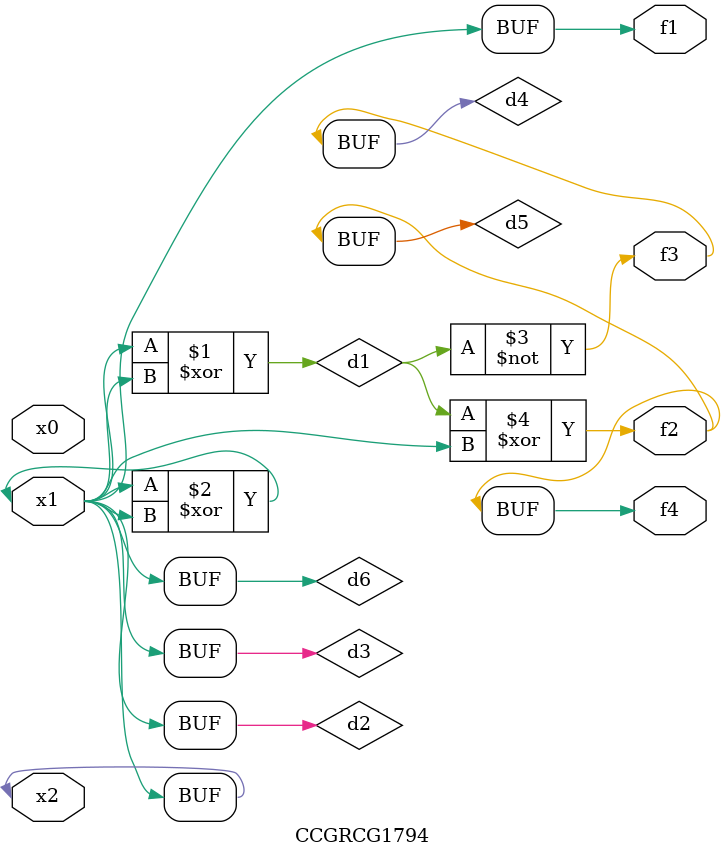
<source format=v>
module CCGRCG1794(
	input x0, x1, x2,
	output f1, f2, f3, f4
);

	wire d1, d2, d3, d4, d5, d6;

	xor (d1, x1, x2);
	buf (d2, x1, x2);
	xor (d3, x1, x2);
	nor (d4, d1);
	xor (d5, d1, d2);
	buf (d6, d2, d3);
	assign f1 = d6;
	assign f2 = d5;
	assign f3 = d4;
	assign f4 = d5;
endmodule

</source>
